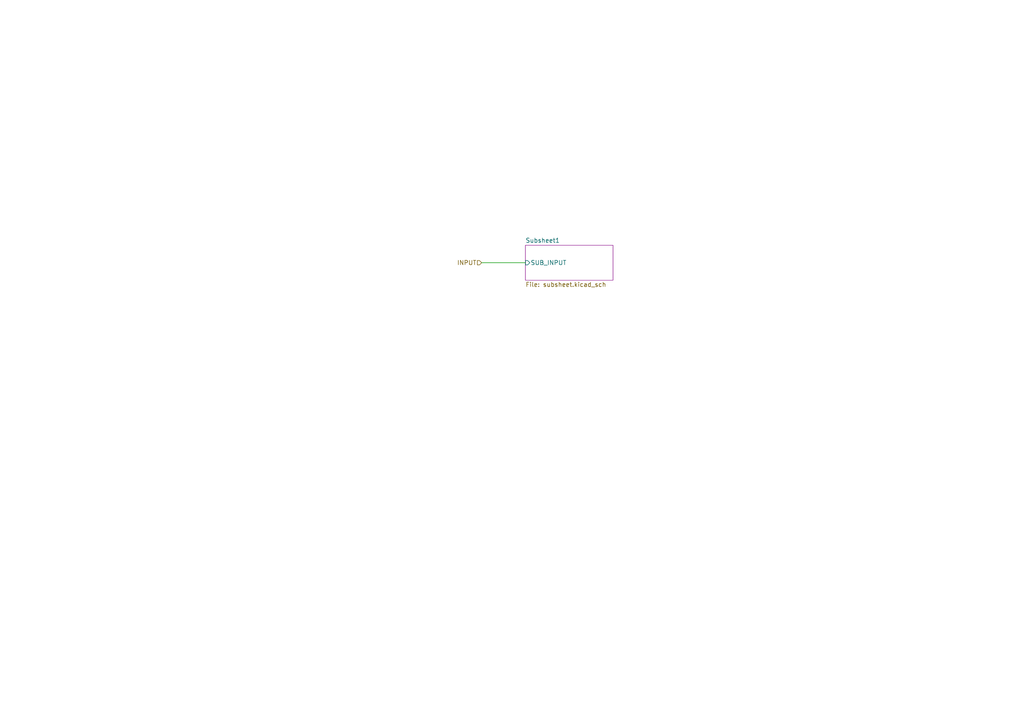
<source format=kicad_sch>
(kicad_sch (version 20210406) (generator eeschema)
  (paper "A4")
  (lib_symbols)
  (wire (pts (xy 139.7 76.2) (xy 152.4 76.2)))
  (hierarchical_label "INPUT" (shape input) (at 139.7 76.2 180))
  (sheet (at 152.4 71.12) (size 25.4 10.16) (stroke (width 0.0006) (color 132 0 132 1)) (fill (color 255 255 255 0.0000))
    (property "Sheet name" "Subsheet1" (at 152.4 70.4843 0) (effects (justify left bottom)))
    (property "Sheet file" "subsheet.kicad_sch" (at 152.4 81.7887 0) (effects (justify left top)))
    (pin "SUB_INPUT" input (at 152.4 76.2 180))
  )
)
</source>
